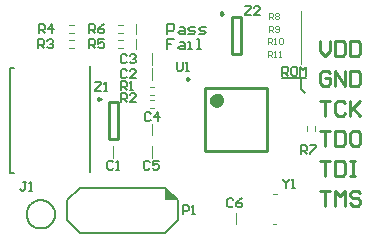
<source format=gto>
G04*
G04 #@! TF.GenerationSoftware,Altium Limited,Altium Designer,19.1.8 (144)*
G04*
G04 Layer_Color=65535*
%FSLAX25Y25*%
%MOIN*%
G70*
G01*
G75*
%ADD10C,0.00984*%
%ADD11C,0.02362*%
%ADD12C,0.00787*%
%ADD13C,0.00394*%
%ADD14C,0.00600*%
%ADD15C,0.00500*%
%ADD16C,0.00787*%
%ADD17C,0.01000*%
%ADD18C,0.00700*%
%ADD19C,0.00400*%
G36*
X45579Y-26620D02*
X41379D01*
Y-22420D01*
X45579Y-26620D01*
D02*
G37*
D10*
X19768Y7185D02*
X19029Y7611D01*
Y6759D01*
X19768Y7185D01*
X60668Y35585D02*
X59930Y36011D01*
Y35159D01*
X60668Y35585D01*
X49250Y13833D02*
X48512Y14259D01*
Y13407D01*
X49250Y13833D01*
D11*
X59585Y6746D02*
X59140Y7670D01*
X58141Y7897D01*
X57340Y7259D01*
Y6234D01*
X58141Y5595D01*
X59140Y5823D01*
X59585Y6746D01*
D12*
X4524Y-31300D02*
X4421Y-30318D01*
X4116Y-29378D01*
X3622Y-28523D01*
X2961Y-27789D01*
X2162Y-27209D01*
X1260Y-26807D01*
X294Y-26601D01*
X-694D01*
X-1660Y-26807D01*
X-2562Y-27209D01*
X-3361Y-27789D01*
X-4022Y-28523D01*
X-4516Y-29378D01*
X-4821Y-30318D01*
X-4924Y-31300D01*
X-4821Y-32282D01*
X-4516Y-33222D01*
X-4022Y-34077D01*
X-3361Y-34811D01*
X-2562Y-35392D01*
X-1660Y-35793D01*
X-694Y-35998D01*
X294D01*
X1260Y-35793D01*
X2162Y-35392D01*
X2961Y-34811D01*
X3622Y-34077D01*
X4116Y-33222D01*
X4421Y-32282D01*
X4524Y-31300D01*
D13*
X86500Y32433D02*
Y36567D01*
Y27933D02*
Y32067D01*
Y23433D02*
Y27567D01*
Y18933D02*
Y23067D01*
X25713Y29122D02*
X27287D01*
X25713Y31878D02*
X27287D01*
X91378Y-3587D02*
Y-2013D01*
X88622Y-3587D02*
Y-2013D01*
X25713Y24122D02*
X27287D01*
X25713Y26878D02*
X27287D01*
X9213Y29122D02*
X10787D01*
X9213Y31878D02*
X10787D01*
X9213Y24122D02*
X10787D01*
X9213Y26878D02*
X10787D01*
X36113Y4122D02*
X37687D01*
X36113Y6878D02*
X37687D01*
X36113Y8522D02*
X37687D01*
X36113Y11278D02*
X37687D01*
X65000Y-34500D02*
Y-30700D01*
X36900Y-12400D02*
Y-8600D01*
Y-4900D02*
Y-1100D01*
Y18600D02*
Y22400D01*
Y13600D02*
Y17400D01*
X23800Y-12400D02*
Y-8600D01*
X31700Y27100D02*
X31700Y23950D01*
X31700Y32100D02*
X31700Y28950D01*
X77211Y-34521D02*
X78392D01*
X77310Y-24679D02*
X78491D01*
D14*
X80300Y14000D02*
X88300D01*
X86500Y10500D02*
X88000Y9000D01*
X86500Y10500D02*
Y14000D01*
D15*
X12772Y-22420D02*
X41379D01*
X8572Y-33180D02*
Y-26620D01*
X12772Y-22420D01*
X8572Y-33180D02*
X12772Y-37380D01*
X41379D02*
X45579Y-33180D01*
Y-26620D01*
X12772Y-37380D02*
X41379D01*
Y-22420D02*
X45579Y-26620D01*
X16337Y-17236D02*
Y18000D01*
X16000Y29000D02*
Y31999D01*
X17500D01*
X17999Y31499D01*
Y30500D01*
X17500Y30000D01*
X16000D01*
X17000D02*
X17999Y29000D01*
X20998Y31999D02*
X19999Y31499D01*
X18999Y30500D01*
Y29500D01*
X19499Y29000D01*
X20499D01*
X20998Y29500D01*
Y30000D01*
X20499Y30500D01*
X18999D01*
X80300Y14900D02*
Y17899D01*
X81800D01*
X82299Y17399D01*
Y16399D01*
X81800Y15900D01*
X80300D01*
X81300D02*
X82299Y14900D01*
X84799Y17899D02*
X83799D01*
X83299Y17399D01*
Y15400D01*
X83799Y14900D01*
X84799D01*
X85298Y15400D01*
Y17399D01*
X84799Y17899D01*
X86298Y14900D02*
Y17899D01*
X87298Y16899D01*
X88297Y17899D01*
Y14900D01*
X23999Y-13901D02*
X23499Y-13401D01*
X22500D01*
X22000Y-13901D01*
Y-15900D01*
X22500Y-16400D01*
X23499D01*
X23999Y-15900D01*
X24999Y-16400D02*
X25999D01*
X25499D01*
Y-13401D01*
X24999Y-13901D01*
X86400Y-11200D02*
Y-8201D01*
X87900D01*
X88399Y-8701D01*
Y-9701D01*
X87900Y-10200D01*
X86400D01*
X87400D02*
X88399Y-11200D01*
X89399Y-8201D02*
X91398D01*
Y-8701D01*
X89399Y-10700D01*
Y-11200D01*
X67800Y37999D02*
X69799D01*
Y37499D01*
X67800Y35500D01*
Y35000D01*
X69799D01*
X72798D02*
X70799D01*
X72798Y36999D01*
Y37499D01*
X72299Y37999D01*
X71299D01*
X70799Y37499D01*
X63999Y-26501D02*
X63499Y-26001D01*
X62500D01*
X62000Y-26501D01*
Y-28500D01*
X62500Y-29000D01*
X63499D01*
X63999Y-28500D01*
X66998Y-26001D02*
X65999Y-26501D01*
X64999Y-27501D01*
Y-28500D01*
X65499Y-29000D01*
X66499D01*
X66998Y-28500D01*
Y-28000D01*
X66499Y-27501D01*
X64999D01*
X-5001Y-20501D02*
X-6000D01*
X-5500D01*
Y-23000D01*
X-6000Y-23500D01*
X-6500D01*
X-7000Y-23000D01*
X-4001Y-23500D02*
X-3001D01*
X-3501D01*
Y-20501D01*
X-4001Y-21001D01*
X18017Y12742D02*
X20017D01*
Y12242D01*
X18017Y10242D01*
Y9742D01*
X20017D01*
X21016D02*
X22016D01*
X21516D01*
Y12742D01*
X21016Y12242D01*
X-900Y29000D02*
Y31999D01*
X599D01*
X1099Y31499D01*
Y30500D01*
X599Y30000D01*
X-900D01*
X100D02*
X1099Y29000D01*
X3599D02*
Y31999D01*
X2099Y30500D01*
X4098D01*
X-943Y24000D02*
Y26999D01*
X556D01*
X1056Y26499D01*
Y25499D01*
X556Y25000D01*
X-943D01*
X56D02*
X1056Y24000D01*
X2056Y26499D02*
X2556Y26999D01*
X3555D01*
X4055Y26499D01*
Y25999D01*
X3555Y25499D01*
X3055D01*
X3555D01*
X4055Y25000D01*
Y24500D01*
X3555Y24000D01*
X2556D01*
X2056Y24500D01*
X47200Y-31300D02*
Y-28301D01*
X48700D01*
X49199Y-28801D01*
Y-29801D01*
X48700Y-30300D01*
X47200D01*
X50199Y-31300D02*
X51199D01*
X50699D01*
Y-28301D01*
X50199Y-28801D01*
X36399Y2199D02*
X35899Y2699D01*
X34900D01*
X34400Y2199D01*
Y200D01*
X34900Y-300D01*
X35899D01*
X36399Y200D01*
X38899Y-300D02*
Y2699D01*
X37399Y1199D01*
X39398D01*
X45192Y19582D02*
Y17083D01*
X45692Y16583D01*
X46692D01*
X47192Y17083D01*
Y19582D01*
X48191Y16583D02*
X49191D01*
X48691D01*
Y19582D01*
X48191Y19082D01*
X80500Y-19501D02*
Y-20001D01*
X81500Y-21001D01*
X82499Y-20001D01*
Y-19501D01*
X81500Y-21001D02*
Y-22500D01*
X83499D02*
X84499D01*
X83999D01*
Y-19501D01*
X83499Y-20001D01*
X26500Y10000D02*
Y12999D01*
X27999D01*
X28499Y12499D01*
Y11500D01*
X27999Y11000D01*
X26500D01*
X27500D02*
X28499Y10000D01*
X29499D02*
X30499D01*
X29999D01*
Y12999D01*
X29499Y12499D01*
X26500Y6000D02*
Y8999D01*
X27999D01*
X28499Y8499D01*
Y7500D01*
X27999Y7000D01*
X26500D01*
X27500D02*
X28499Y6000D01*
X31498D02*
X29499D01*
X31498Y7999D01*
Y8499D01*
X30999Y8999D01*
X29999D01*
X29499Y8499D01*
X28499Y16499D02*
X27999Y16999D01*
X27000D01*
X26500Y16499D01*
Y14500D01*
X27000Y14000D01*
X27999D01*
X28499Y14500D01*
X31498Y14000D02*
X29499D01*
X31498Y15999D01*
Y16499D01*
X30999Y16999D01*
X29999D01*
X29499Y16499D01*
X28499Y21499D02*
X27999Y21999D01*
X27000D01*
X26500Y21499D01*
Y19500D01*
X27000Y19000D01*
X27999D01*
X28499Y19500D01*
X29499Y21499D02*
X29999Y21999D01*
X30999D01*
X31498Y21499D01*
Y20999D01*
X30999Y20500D01*
X30499D01*
X30999D01*
X31498Y20000D01*
Y19500D01*
X30999Y19000D01*
X29999D01*
X29499Y19500D01*
X36199Y-13901D02*
X35699Y-13401D01*
X34700D01*
X34200Y-13901D01*
Y-15900D01*
X34700Y-16400D01*
X35699D01*
X36199Y-15900D01*
X39198Y-13401D02*
X37199D01*
Y-14900D01*
X38199Y-14401D01*
X38699D01*
X39198Y-14900D01*
Y-15900D01*
X38699Y-16400D01*
X37699D01*
X37199Y-15900D01*
X16000Y24000D02*
Y26999D01*
X17500D01*
X17999Y26499D01*
Y25499D01*
X17500Y25000D01*
X16000D01*
X17000D02*
X17999Y24000D01*
X20998Y26999D02*
X18999D01*
Y25499D01*
X19999Y25999D01*
X20499D01*
X20998Y25499D01*
Y24500D01*
X20499Y24000D01*
X19499D01*
X18999Y24500D01*
D16*
X-10433Y17618D02*
X-9054D01*
X-10433Y-17618D02*
Y17618D01*
Y-17618D02*
X-9055D01*
D17*
X22500Y6102D02*
X25500D01*
X22500Y-6102D02*
X25500D01*
X22500D02*
Y6102D01*
X25500Y-6102D02*
Y6102D01*
X63400Y34502D02*
X66400D01*
X63400Y22298D02*
X66400D01*
X63400D02*
Y34502D01*
X66400Y22298D02*
Y34502D01*
X54467Y-10183D02*
Y10683D01*
X75333Y-10183D02*
Y10683D01*
X54467D02*
X75333D01*
X54467Y-10183D02*
X75333D01*
X93000Y-23402D02*
X96332D01*
X94666D01*
Y-28400D01*
X97998D02*
Y-23402D01*
X99664Y-25068D01*
X101331Y-23402D01*
Y-28400D01*
X106329Y-24235D02*
X105496Y-23402D01*
X103830D01*
X102997Y-24235D01*
Y-25068D01*
X103830Y-25901D01*
X105496D01*
X106329Y-26734D01*
Y-27567D01*
X105496Y-28400D01*
X103830D01*
X102997Y-27567D01*
X93000Y-13402D02*
X96332D01*
X94666D01*
Y-18400D01*
X97998Y-13402D02*
Y-18400D01*
X100498D01*
X101331Y-17567D01*
Y-14235D01*
X100498Y-13402D01*
X97998D01*
X102997D02*
X104663D01*
X103830D01*
Y-18400D01*
X102997D01*
X104663D01*
X93000Y-3402D02*
X96332D01*
X94666D01*
Y-8400D01*
X97998Y-3402D02*
Y-8400D01*
X100498D01*
X101331Y-7567D01*
Y-4235D01*
X100498Y-3402D01*
X97998D01*
X105496D02*
X103830D01*
X102997Y-4235D01*
Y-7567D01*
X103830Y-8400D01*
X105496D01*
X106329Y-7567D01*
Y-4235D01*
X105496Y-3402D01*
X93000Y6598D02*
X96332D01*
X94666D01*
Y1600D01*
X101331Y5765D02*
X100498Y6598D01*
X98831D01*
X97998Y5765D01*
Y2433D01*
X98831Y1600D01*
X100498D01*
X101331Y2433D01*
X102997Y6598D02*
Y1600D01*
Y3266D01*
X106329Y6598D01*
X103830Y4099D01*
X106329Y1600D01*
X96332Y15765D02*
X95499Y16598D01*
X93833D01*
X93000Y15765D01*
Y12433D01*
X93833Y11600D01*
X95499D01*
X96332Y12433D01*
Y14099D01*
X94666D01*
X97998Y11600D02*
Y16598D01*
X101331Y11600D01*
Y16598D01*
X102997D02*
Y11600D01*
X105496D01*
X106329Y12433D01*
Y15765D01*
X105496Y16598D01*
X102997D01*
X93000Y26598D02*
Y23266D01*
X94666Y21600D01*
X96332Y23266D01*
Y26598D01*
X97998D02*
Y21600D01*
X100498D01*
X101331Y22433D01*
Y25765D01*
X100498Y26598D01*
X97998D01*
X102997D02*
Y21600D01*
X105496D01*
X106329Y22433D01*
Y25765D01*
X105496Y26598D01*
X102997D01*
D18*
X44333Y27199D02*
X42000D01*
Y25449D01*
X43166D01*
X42000D01*
Y23700D01*
X46082Y26033D02*
X47248D01*
X47831Y25449D01*
Y23700D01*
X46082D01*
X45499Y24283D01*
X46082Y24866D01*
X47831D01*
X48998Y23700D02*
X50164D01*
X49581D01*
Y26033D01*
X48998D01*
X51913Y23700D02*
X53080D01*
X52497D01*
Y27199D01*
X51913D01*
X42000Y28800D02*
Y32299D01*
X43749D01*
X44333Y31716D01*
Y30549D01*
X43749Y29966D01*
X42000D01*
X46082Y31133D02*
X47248D01*
X47831Y30549D01*
Y28800D01*
X46082D01*
X45499Y29383D01*
X46082Y29966D01*
X47831D01*
X48998Y28800D02*
X50747D01*
X51330Y29383D01*
X50747Y29966D01*
X49581D01*
X48998Y30549D01*
X49581Y31133D01*
X51330D01*
X52497Y28800D02*
X54246D01*
X54829Y29383D01*
X54246Y29966D01*
X53080D01*
X52497Y30549D01*
X53080Y31133D01*
X54829D01*
D19*
X75600Y21300D02*
Y23299D01*
X76600D01*
X76933Y22966D01*
Y22300D01*
X76600Y21967D01*
X75600D01*
X76266D02*
X76933Y21300D01*
X77599D02*
X78266D01*
X77933D01*
Y23299D01*
X77599Y22966D01*
X79265Y21300D02*
X79932D01*
X79599D01*
Y23299D01*
X79265Y22966D01*
X75600Y25600D02*
Y27599D01*
X76600D01*
X76933Y27266D01*
Y26600D01*
X76600Y26266D01*
X75600D01*
X76266D02*
X76933Y25600D01*
X77599D02*
X78266D01*
X77933D01*
Y27599D01*
X77599Y27266D01*
X79265D02*
X79599Y27599D01*
X80265D01*
X80598Y27266D01*
Y25933D01*
X80265Y25600D01*
X79599D01*
X79265Y25933D01*
Y27266D01*
X75900Y29500D02*
Y31499D01*
X76900D01*
X77233Y31166D01*
Y30500D01*
X76900Y30166D01*
X75900D01*
X76566D02*
X77233Y29500D01*
X77899Y29833D02*
X78233Y29500D01*
X78899D01*
X79232Y29833D01*
Y31166D01*
X78899Y31499D01*
X78233D01*
X77899Y31166D01*
Y30833D01*
X78233Y30500D01*
X79232D01*
X76000Y33900D02*
Y35899D01*
X77000D01*
X77333Y35566D01*
Y34900D01*
X77000Y34566D01*
X76000D01*
X76666D02*
X77333Y33900D01*
X77999Y35566D02*
X78333Y35899D01*
X78999D01*
X79332Y35566D01*
Y35233D01*
X78999Y34900D01*
X79332Y34566D01*
Y34233D01*
X78999Y33900D01*
X78333D01*
X77999Y34233D01*
Y34566D01*
X78333Y34900D01*
X77999Y35233D01*
Y35566D01*
X78333Y34900D02*
X78999D01*
M02*

</source>
